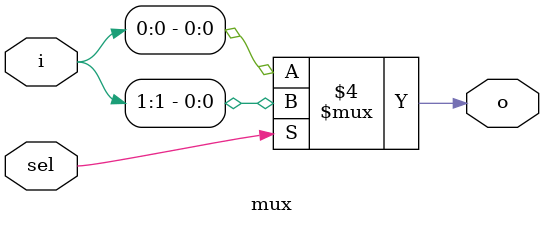
<source format=v>
`timescale 1ns / 1ps


module mux(
    input [1:0] i,
    input sel,
    output reg o
    );
    
    always @(i,sel)
        if(sel==0)
            o=i[0];
        else 
            o=i[1];
     
endmodule

</source>
